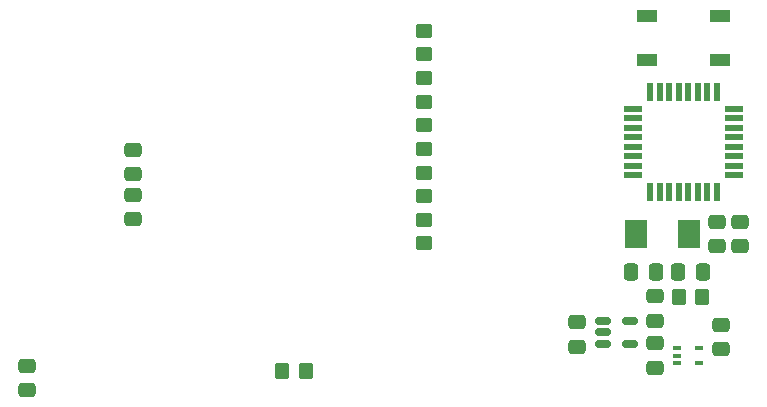
<source format=gbr>
%TF.GenerationSoftware,KiCad,Pcbnew,8.0.6*%
%TF.CreationDate,2025-03-23T20:06:33-04:00*%
%TF.ProjectId,co2_7seg,636f325f-3773-4656-972e-6b696361645f,rev?*%
%TF.SameCoordinates,Original*%
%TF.FileFunction,Paste,Bot*%
%TF.FilePolarity,Positive*%
%FSLAX46Y46*%
G04 Gerber Fmt 4.6, Leading zero omitted, Abs format (unit mm)*
G04 Created by KiCad (PCBNEW 8.0.6) date 2025-03-23 20:06:33*
%MOMM*%
%LPD*%
G01*
G04 APERTURE LIST*
G04 Aperture macros list*
%AMRoundRect*
0 Rectangle with rounded corners*
0 $1 Rounding radius*
0 $2 $3 $4 $5 $6 $7 $8 $9 X,Y pos of 4 corners*
0 Add a 4 corners polygon primitive as box body*
4,1,4,$2,$3,$4,$5,$6,$7,$8,$9,$2,$3,0*
0 Add four circle primitives for the rounded corners*
1,1,$1+$1,$2,$3*
1,1,$1+$1,$4,$5*
1,1,$1+$1,$6,$7*
1,1,$1+$1,$8,$9*
0 Add four rect primitives between the rounded corners*
20,1,$1+$1,$2,$3,$4,$5,0*
20,1,$1+$1,$4,$5,$6,$7,0*
20,1,$1+$1,$6,$7,$8,$9,0*
20,1,$1+$1,$8,$9,$2,$3,0*%
G04 Aperture macros list end*
%ADD10R,1.800000X1.100000*%
%ADD11R,1.900000X2.400000*%
%ADD12RoundRect,0.100000X-0.225000X-0.100000X0.225000X-0.100000X0.225000X0.100000X-0.225000X0.100000X0*%
%ADD13RoundRect,0.150000X-0.512500X-0.150000X0.512500X-0.150000X0.512500X0.150000X-0.512500X0.150000X0*%
%ADD14R,1.600000X0.550000*%
%ADD15R,0.550000X1.600000*%
%ADD16RoundRect,0.250000X-0.350000X-0.450000X0.350000X-0.450000X0.350000X0.450000X-0.350000X0.450000X0*%
%ADD17RoundRect,0.250000X-0.450000X0.350000X-0.450000X-0.350000X0.450000X-0.350000X0.450000X0.350000X0*%
%ADD18RoundRect,0.250000X0.450000X-0.350000X0.450000X0.350000X-0.450000X0.350000X-0.450000X-0.350000X0*%
%ADD19RoundRect,0.250000X0.350000X0.450000X-0.350000X0.450000X-0.350000X-0.450000X0.350000X-0.450000X0*%
%ADD20RoundRect,0.250000X0.475000X-0.337500X0.475000X0.337500X-0.475000X0.337500X-0.475000X-0.337500X0*%
%ADD21RoundRect,0.250000X-0.475000X0.337500X-0.475000X-0.337500X0.475000X-0.337500X0.475000X0.337500X0*%
%ADD22RoundRect,0.250000X0.337500X0.475000X-0.337500X0.475000X-0.337500X-0.475000X0.337500X-0.475000X0*%
%ADD23RoundRect,0.250000X-0.337500X-0.475000X0.337500X-0.475000X0.337500X0.475000X-0.337500X0.475000X0*%
G04 APERTURE END LIST*
D10*
%TO.C,SW1*%
X123700000Y-31050000D03*
X117500000Y-27350000D03*
X123700000Y-27350000D03*
X117500000Y-31050000D03*
%TD*%
D11*
%TO.C,Y1*%
X121050000Y-45800000D03*
X116550000Y-45800000D03*
%TD*%
D12*
%TO.C,U5*%
X120050000Y-56750000D03*
X120050000Y-56100000D03*
X120050000Y-55450000D03*
X121950000Y-55450000D03*
X121950000Y-56750000D03*
%TD*%
D13*
%TO.C,U4*%
X113792500Y-55080000D03*
X113792500Y-54130000D03*
X113792500Y-53180000D03*
X116067500Y-53180000D03*
X116067500Y-55080000D03*
%TD*%
D14*
%TO.C,U1*%
X124850000Y-40800000D03*
X124850000Y-40000000D03*
X124850000Y-39200000D03*
X124850000Y-38400000D03*
X124850000Y-37600000D03*
X124850000Y-36800000D03*
X124850000Y-36000000D03*
X124850000Y-35200000D03*
D15*
X123400000Y-33750000D03*
X122600000Y-33750000D03*
X121800000Y-33750000D03*
X121000000Y-33750000D03*
X120200000Y-33750000D03*
X119400000Y-33750000D03*
X118600000Y-33750000D03*
X117800000Y-33750000D03*
D14*
X116350000Y-35200000D03*
X116350000Y-36000000D03*
X116350000Y-36800000D03*
X116350000Y-37600000D03*
X116350000Y-38400000D03*
X116350000Y-39200000D03*
X116350000Y-40000000D03*
X116350000Y-40800000D03*
D15*
X117800000Y-42250000D03*
X118600000Y-42250000D03*
X119400000Y-42250000D03*
X120200000Y-42250000D03*
X121000000Y-42250000D03*
X121800000Y-42250000D03*
X122600000Y-42250000D03*
X123400000Y-42250000D03*
%TD*%
D16*
%TO.C,R12*%
X120200000Y-51100000D03*
X122200000Y-51100000D03*
%TD*%
D17*
%TO.C,R11*%
X98600000Y-30600000D03*
X98600000Y-28600000D03*
%TD*%
D18*
%TO.C,R10*%
X98600000Y-46600000D03*
X98600000Y-44600000D03*
%TD*%
D17*
%TO.C,R9*%
X98600000Y-34600000D03*
X98600000Y-32600000D03*
%TD*%
D19*
%TO.C,R8*%
X86600000Y-57400000D03*
X88600000Y-57400000D03*
%TD*%
D17*
%TO.C,R6*%
X98600000Y-40600000D03*
X98600000Y-42600000D03*
%TD*%
D18*
%TO.C,R5*%
X98600000Y-36600000D03*
X98600000Y-38600000D03*
%TD*%
D20*
%TO.C,C15*%
X123800000Y-55537500D03*
X123800000Y-53462500D03*
%TD*%
%TO.C,C14*%
X118200000Y-57137500D03*
X118200000Y-55062500D03*
%TD*%
%TO.C,C13*%
X118200000Y-53137500D03*
X118200000Y-51062500D03*
%TD*%
D21*
%TO.C,C12*%
X111600000Y-55337500D03*
X111600000Y-53262500D03*
%TD*%
D20*
%TO.C,C11*%
X65000000Y-56962500D03*
X65000000Y-59037500D03*
%TD*%
%TO.C,C10*%
X74000000Y-40737500D03*
X74000000Y-38662500D03*
%TD*%
D21*
%TO.C,C9*%
X74000000Y-42487500D03*
X74000000Y-44562500D03*
%TD*%
%TO.C,C8*%
X123400000Y-46837500D03*
X123400000Y-44762500D03*
%TD*%
%TO.C,C4*%
X125400000Y-46837500D03*
X125400000Y-44762500D03*
%TD*%
D22*
%TO.C,C2*%
X122237500Y-49000000D03*
X120162500Y-49000000D03*
%TD*%
D23*
%TO.C,C1*%
X116162500Y-49000000D03*
X118237500Y-49000000D03*
%TD*%
M02*

</source>
